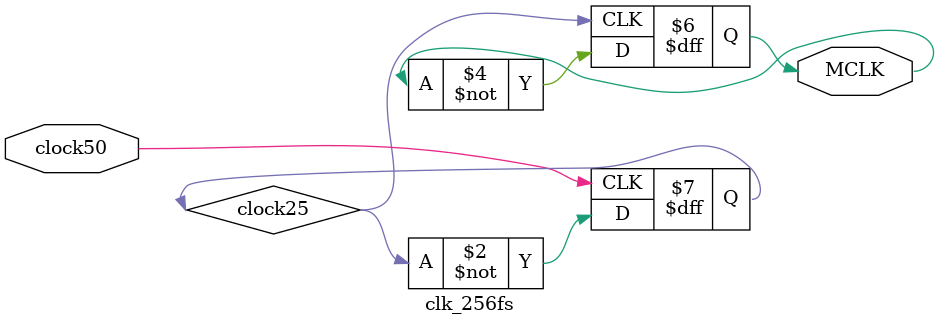
<source format=v>
module clk_256fs(MCLK, clock50);
	// 12.5Mhz ~= 12.288Mhz
	output MCLK;
	input clock50;
	reg clock25, MCLK;
	
	initial begin clock25 = 0; MCLK = 0; end
	always @(posedge clock50) clock25 = ~clock25;
	always @(posedge clock25) MCLK = ~MCLK;
endmodule
</source>
